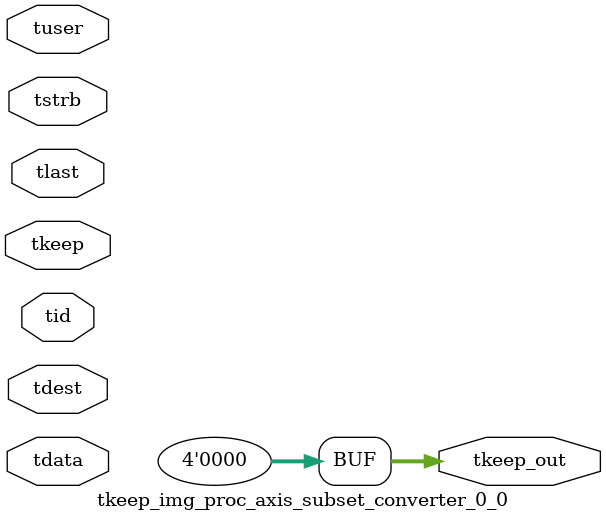
<source format=v>


`timescale 1ps/1ps

module tkeep_img_proc_axis_subset_converter_0_0 #
(
parameter C_S_AXIS_TDATA_WIDTH = 32,
parameter C_S_AXIS_TUSER_WIDTH = 0,
parameter C_S_AXIS_TID_WIDTH   = 0,
parameter C_S_AXIS_TDEST_WIDTH = 0,
parameter C_M_AXIS_TDATA_WIDTH = 32
)
(
input  [(C_S_AXIS_TDATA_WIDTH == 0 ? 1 : C_S_AXIS_TDATA_WIDTH)-1:0     ] tdata,
input  [(C_S_AXIS_TUSER_WIDTH == 0 ? 1 : C_S_AXIS_TUSER_WIDTH)-1:0     ] tuser,
input  [(C_S_AXIS_TID_WIDTH   == 0 ? 1 : C_S_AXIS_TID_WIDTH)-1:0       ] tid,
input  [(C_S_AXIS_TDEST_WIDTH == 0 ? 1 : C_S_AXIS_TDEST_WIDTH)-1:0     ] tdest,
input  [(C_S_AXIS_TDATA_WIDTH/8)-1:0 ] tkeep,
input  [(C_S_AXIS_TDATA_WIDTH/8)-1:0 ] tstrb,
input                                                                    tlast,
output [(C_M_AXIS_TDATA_WIDTH/8)-1:0 ] tkeep_out
);

assign tkeep_out = {1'b0};

endmodule


</source>
